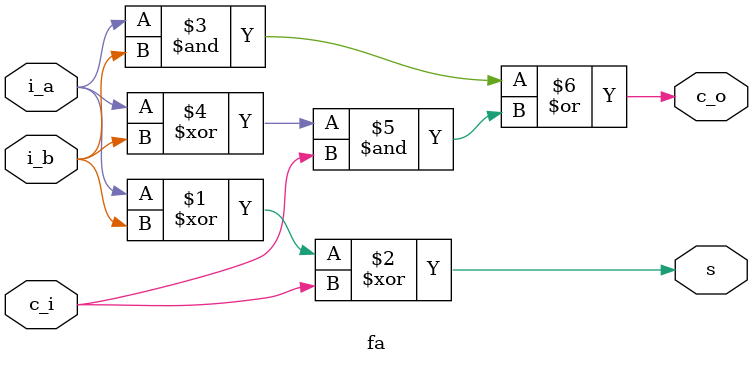
<source format=v>
module fa(
    input wire i_a,
    input wire i_b, 
    input wire c_i,
    output wire c_o, 
    output wire s
);
    assign s = (i_a ^ i_b) ^ c_i;
    assign c_o = (i_a & i_b) | ((i_a ^ i_b) & c_i);
endmodule

</source>
